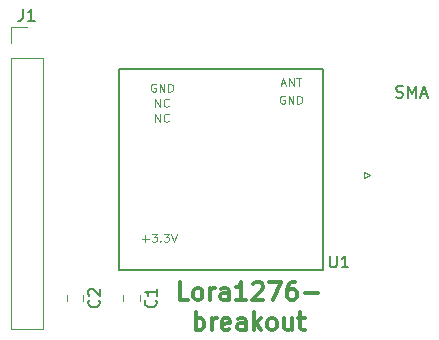
<source format=gbr>
%TF.GenerationSoftware,KiCad,Pcbnew,(5.0.0)*%
%TF.CreationDate,2018-08-05T20:37:25+03:00*%
%TF.ProjectId,lora1276Breakout,6C6F726131323736427265616B6F7574,1.0*%
%TF.SameCoordinates,Original*%
%TF.FileFunction,Legend,Top*%
%TF.FilePolarity,Positive*%
%FSLAX46Y46*%
G04 Gerber Fmt 4.6, Leading zero omitted, Abs format (unit mm)*
G04 Created by KiCad (PCBNEW (5.0.0)) date 08/05/18 20:37:25*
%MOMM*%
%LPD*%
G01*
G04 APERTURE LIST*
%ADD10C,0.300000*%
%ADD11C,0.100000*%
%ADD12C,0.150000*%
%ADD13C,0.120000*%
G04 APERTURE END LIST*
D10*
X155893142Y-104305571D02*
X155178857Y-104305571D01*
X155178857Y-102805571D01*
X156607428Y-104305571D02*
X156464571Y-104234142D01*
X156393142Y-104162714D01*
X156321714Y-104019857D01*
X156321714Y-103591285D01*
X156393142Y-103448428D01*
X156464571Y-103377000D01*
X156607428Y-103305571D01*
X156821714Y-103305571D01*
X156964571Y-103377000D01*
X157036000Y-103448428D01*
X157107428Y-103591285D01*
X157107428Y-104019857D01*
X157036000Y-104162714D01*
X156964571Y-104234142D01*
X156821714Y-104305571D01*
X156607428Y-104305571D01*
X157750285Y-104305571D02*
X157750285Y-103305571D01*
X157750285Y-103591285D02*
X157821714Y-103448428D01*
X157893142Y-103377000D01*
X158036000Y-103305571D01*
X158178857Y-103305571D01*
X159321714Y-104305571D02*
X159321714Y-103519857D01*
X159250285Y-103377000D01*
X159107428Y-103305571D01*
X158821714Y-103305571D01*
X158678857Y-103377000D01*
X159321714Y-104234142D02*
X159178857Y-104305571D01*
X158821714Y-104305571D01*
X158678857Y-104234142D01*
X158607428Y-104091285D01*
X158607428Y-103948428D01*
X158678857Y-103805571D01*
X158821714Y-103734142D01*
X159178857Y-103734142D01*
X159321714Y-103662714D01*
X160821714Y-104305571D02*
X159964571Y-104305571D01*
X160393142Y-104305571D02*
X160393142Y-102805571D01*
X160250285Y-103019857D01*
X160107428Y-103162714D01*
X159964571Y-103234142D01*
X161393142Y-102948428D02*
X161464571Y-102877000D01*
X161607428Y-102805571D01*
X161964571Y-102805571D01*
X162107428Y-102877000D01*
X162178857Y-102948428D01*
X162250285Y-103091285D01*
X162250285Y-103234142D01*
X162178857Y-103448428D01*
X161321714Y-104305571D01*
X162250285Y-104305571D01*
X162750285Y-102805571D02*
X163750285Y-102805571D01*
X163107428Y-104305571D01*
X164964571Y-102805571D02*
X164678857Y-102805571D01*
X164536000Y-102877000D01*
X164464571Y-102948428D01*
X164321714Y-103162714D01*
X164250285Y-103448428D01*
X164250285Y-104019857D01*
X164321714Y-104162714D01*
X164393142Y-104234142D01*
X164536000Y-104305571D01*
X164821714Y-104305571D01*
X164964571Y-104234142D01*
X165036000Y-104162714D01*
X165107428Y-104019857D01*
X165107428Y-103662714D01*
X165036000Y-103519857D01*
X164964571Y-103448428D01*
X164821714Y-103377000D01*
X164536000Y-103377000D01*
X164393142Y-103448428D01*
X164321714Y-103519857D01*
X164250285Y-103662714D01*
X165750285Y-103734142D02*
X166893142Y-103734142D01*
X156536000Y-106855571D02*
X156536000Y-105355571D01*
X156536000Y-105927000D02*
X156678857Y-105855571D01*
X156964571Y-105855571D01*
X157107428Y-105927000D01*
X157178857Y-105998428D01*
X157250285Y-106141285D01*
X157250285Y-106569857D01*
X157178857Y-106712714D01*
X157107428Y-106784142D01*
X156964571Y-106855571D01*
X156678857Y-106855571D01*
X156536000Y-106784142D01*
X157893142Y-106855571D02*
X157893142Y-105855571D01*
X157893142Y-106141285D02*
X157964571Y-105998428D01*
X158036000Y-105927000D01*
X158178857Y-105855571D01*
X158321714Y-105855571D01*
X159393142Y-106784142D02*
X159250285Y-106855571D01*
X158964571Y-106855571D01*
X158821714Y-106784142D01*
X158750285Y-106641285D01*
X158750285Y-106069857D01*
X158821714Y-105927000D01*
X158964571Y-105855571D01*
X159250285Y-105855571D01*
X159393142Y-105927000D01*
X159464571Y-106069857D01*
X159464571Y-106212714D01*
X158750285Y-106355571D01*
X160750285Y-106855571D02*
X160750285Y-106069857D01*
X160678857Y-105927000D01*
X160536000Y-105855571D01*
X160250285Y-105855571D01*
X160107428Y-105927000D01*
X160750285Y-106784142D02*
X160607428Y-106855571D01*
X160250285Y-106855571D01*
X160107428Y-106784142D01*
X160036000Y-106641285D01*
X160036000Y-106498428D01*
X160107428Y-106355571D01*
X160250285Y-106284142D01*
X160607428Y-106284142D01*
X160750285Y-106212714D01*
X161464571Y-106855571D02*
X161464571Y-105355571D01*
X161607428Y-106284142D02*
X162036000Y-106855571D01*
X162036000Y-105855571D02*
X161464571Y-106427000D01*
X162893142Y-106855571D02*
X162750285Y-106784142D01*
X162678857Y-106712714D01*
X162607428Y-106569857D01*
X162607428Y-106141285D01*
X162678857Y-105998428D01*
X162750285Y-105927000D01*
X162893142Y-105855571D01*
X163107428Y-105855571D01*
X163250285Y-105927000D01*
X163321714Y-105998428D01*
X163393142Y-106141285D01*
X163393142Y-106569857D01*
X163321714Y-106712714D01*
X163250285Y-106784142D01*
X163107428Y-106855571D01*
X162893142Y-106855571D01*
X164678857Y-105855571D02*
X164678857Y-106855571D01*
X164036000Y-105855571D02*
X164036000Y-106641285D01*
X164107428Y-106784142D01*
X164250285Y-106855571D01*
X164464571Y-106855571D01*
X164607428Y-106784142D01*
X164678857Y-106712714D01*
X165178857Y-105855571D02*
X165750285Y-105855571D01*
X165393142Y-105355571D02*
X165393142Y-106641285D01*
X165464571Y-106784142D01*
X165607428Y-106855571D01*
X165750285Y-106855571D01*
D11*
X152016000Y-99110000D02*
X152549333Y-99110000D01*
X152282666Y-99376666D02*
X152282666Y-98843333D01*
X152816000Y-98676666D02*
X153249333Y-98676666D01*
X153016000Y-98943333D01*
X153116000Y-98943333D01*
X153182666Y-98976666D01*
X153216000Y-99010000D01*
X153249333Y-99076666D01*
X153249333Y-99243333D01*
X153216000Y-99310000D01*
X153182666Y-99343333D01*
X153116000Y-99376666D01*
X152916000Y-99376666D01*
X152849333Y-99343333D01*
X152816000Y-99310000D01*
X153549333Y-99310000D02*
X153582666Y-99343333D01*
X153549333Y-99376666D01*
X153516000Y-99343333D01*
X153549333Y-99310000D01*
X153549333Y-99376666D01*
X153816000Y-98676666D02*
X154249333Y-98676666D01*
X154016000Y-98943333D01*
X154116000Y-98943333D01*
X154182666Y-98976666D01*
X154216000Y-99010000D01*
X154249333Y-99076666D01*
X154249333Y-99243333D01*
X154216000Y-99310000D01*
X154182666Y-99343333D01*
X154116000Y-99376666D01*
X153916000Y-99376666D01*
X153849333Y-99343333D01*
X153816000Y-99310000D01*
X154449333Y-98676666D02*
X154682666Y-99376666D01*
X154916000Y-98676666D01*
X164058666Y-87026000D02*
X163992000Y-86992666D01*
X163892000Y-86992666D01*
X163792000Y-87026000D01*
X163725333Y-87092666D01*
X163692000Y-87159333D01*
X163658666Y-87292666D01*
X163658666Y-87392666D01*
X163692000Y-87526000D01*
X163725333Y-87592666D01*
X163792000Y-87659333D01*
X163892000Y-87692666D01*
X163958666Y-87692666D01*
X164058666Y-87659333D01*
X164092000Y-87626000D01*
X164092000Y-87392666D01*
X163958666Y-87392666D01*
X164392000Y-87692666D02*
X164392000Y-86992666D01*
X164792000Y-87692666D01*
X164792000Y-86992666D01*
X165125333Y-87692666D02*
X165125333Y-86992666D01*
X165292000Y-86992666D01*
X165392000Y-87026000D01*
X165458666Y-87092666D01*
X165492000Y-87159333D01*
X165525333Y-87292666D01*
X165525333Y-87392666D01*
X165492000Y-87526000D01*
X165458666Y-87592666D01*
X165392000Y-87659333D01*
X165292000Y-87692666D01*
X165125333Y-87692666D01*
X163792000Y-85968666D02*
X164125333Y-85968666D01*
X163725333Y-86168666D02*
X163958666Y-85468666D01*
X164192000Y-86168666D01*
X164425333Y-86168666D02*
X164425333Y-85468666D01*
X164825333Y-86168666D01*
X164825333Y-85468666D01*
X165058666Y-85468666D02*
X165458666Y-85468666D01*
X165258666Y-86168666D02*
X165258666Y-85468666D01*
X153120000Y-89216666D02*
X153120000Y-88516666D01*
X153520000Y-89216666D01*
X153520000Y-88516666D01*
X154253333Y-89150000D02*
X154220000Y-89183333D01*
X154120000Y-89216666D01*
X154053333Y-89216666D01*
X153953333Y-89183333D01*
X153886666Y-89116666D01*
X153853333Y-89050000D01*
X153820000Y-88916666D01*
X153820000Y-88816666D01*
X153853333Y-88683333D01*
X153886666Y-88616666D01*
X153953333Y-88550000D01*
X154053333Y-88516666D01*
X154120000Y-88516666D01*
X154220000Y-88550000D01*
X154253333Y-88583333D01*
X153120000Y-87946666D02*
X153120000Y-87246666D01*
X153520000Y-87946666D01*
X153520000Y-87246666D01*
X154253333Y-87880000D02*
X154220000Y-87913333D01*
X154120000Y-87946666D01*
X154053333Y-87946666D01*
X153953333Y-87913333D01*
X153886666Y-87846666D01*
X153853333Y-87780000D01*
X153820000Y-87646666D01*
X153820000Y-87546666D01*
X153853333Y-87413333D01*
X153886666Y-87346666D01*
X153953333Y-87280000D01*
X154053333Y-87246666D01*
X154120000Y-87246666D01*
X154220000Y-87280000D01*
X154253333Y-87313333D01*
X153136666Y-86010000D02*
X153070000Y-85976666D01*
X152970000Y-85976666D01*
X152870000Y-86010000D01*
X152803333Y-86076666D01*
X152770000Y-86143333D01*
X152736666Y-86276666D01*
X152736666Y-86376666D01*
X152770000Y-86510000D01*
X152803333Y-86576666D01*
X152870000Y-86643333D01*
X152970000Y-86676666D01*
X153036666Y-86676666D01*
X153136666Y-86643333D01*
X153170000Y-86610000D01*
X153170000Y-86376666D01*
X153036666Y-86376666D01*
X153470000Y-86676666D02*
X153470000Y-85976666D01*
X153870000Y-86676666D01*
X153870000Y-85976666D01*
X154203333Y-86676666D02*
X154203333Y-85976666D01*
X154370000Y-85976666D01*
X154470000Y-86010000D01*
X154536666Y-86076666D01*
X154570000Y-86143333D01*
X154603333Y-86276666D01*
X154603333Y-86376666D01*
X154570000Y-86510000D01*
X154536666Y-86576666D01*
X154470000Y-86643333D01*
X154370000Y-86676666D01*
X154203333Y-86676666D01*
D12*
X150049906Y-101784381D02*
X150049906Y-84784381D01*
X150049906Y-84784381D02*
X167349906Y-84784381D01*
X167349906Y-84784381D02*
X167349906Y-101784381D01*
X167349906Y-101784381D02*
X150049906Y-101784381D01*
D13*
X170786000Y-93476000D02*
X171286000Y-93726000D01*
X170786000Y-93976000D02*
X170786000Y-93476000D01*
X171286000Y-93726000D02*
X170786000Y-93976000D01*
X150420000Y-103881422D02*
X150420000Y-104398578D01*
X151840000Y-103881422D02*
X151840000Y-104398578D01*
X147030000Y-103881422D02*
X147030000Y-104398578D01*
X145610000Y-103881422D02*
X145610000Y-104398578D01*
X140910000Y-106740000D02*
X143570000Y-106740000D01*
X140910000Y-83820000D02*
X140910000Y-106740000D01*
X143570000Y-83820000D02*
X143570000Y-106740000D01*
X140910000Y-83820000D02*
X143570000Y-83820000D01*
X140910000Y-82550000D02*
X140910000Y-81220000D01*
X140910000Y-81220000D02*
X142240000Y-81220000D01*
D12*
X167894095Y-100544380D02*
X167894095Y-101353904D01*
X167941714Y-101449142D01*
X167989333Y-101496761D01*
X168084571Y-101544380D01*
X168275047Y-101544380D01*
X168370285Y-101496761D01*
X168417904Y-101449142D01*
X168465523Y-101353904D01*
X168465523Y-100544380D01*
X169465523Y-101544380D02*
X168894095Y-101544380D01*
X169179809Y-101544380D02*
X169179809Y-100544380D01*
X169084571Y-100687238D01*
X168989333Y-100782476D01*
X168894095Y-100830095D01*
X173500285Y-87130761D02*
X173643142Y-87178380D01*
X173881238Y-87178380D01*
X173976476Y-87130761D01*
X174024095Y-87083142D01*
X174071714Y-86987904D01*
X174071714Y-86892666D01*
X174024095Y-86797428D01*
X173976476Y-86749809D01*
X173881238Y-86702190D01*
X173690761Y-86654571D01*
X173595523Y-86606952D01*
X173547904Y-86559333D01*
X173500285Y-86464095D01*
X173500285Y-86368857D01*
X173547904Y-86273619D01*
X173595523Y-86226000D01*
X173690761Y-86178380D01*
X173928857Y-86178380D01*
X174071714Y-86226000D01*
X174500285Y-87178380D02*
X174500285Y-86178380D01*
X174833619Y-86892666D01*
X175166952Y-86178380D01*
X175166952Y-87178380D01*
X175595523Y-86892666D02*
X176071714Y-86892666D01*
X175500285Y-87178380D02*
X175833619Y-86178380D01*
X176166952Y-87178380D01*
X153137142Y-104306666D02*
X153184761Y-104354285D01*
X153232380Y-104497142D01*
X153232380Y-104592380D01*
X153184761Y-104735238D01*
X153089523Y-104830476D01*
X152994285Y-104878095D01*
X152803809Y-104925714D01*
X152660952Y-104925714D01*
X152470476Y-104878095D01*
X152375238Y-104830476D01*
X152280000Y-104735238D01*
X152232380Y-104592380D01*
X152232380Y-104497142D01*
X152280000Y-104354285D01*
X152327619Y-104306666D01*
X153232380Y-103354285D02*
X153232380Y-103925714D01*
X153232380Y-103640000D02*
X152232380Y-103640000D01*
X152375238Y-103735238D01*
X152470476Y-103830476D01*
X152518095Y-103925714D01*
X148327142Y-104306666D02*
X148374761Y-104354285D01*
X148422380Y-104497142D01*
X148422380Y-104592380D01*
X148374761Y-104735238D01*
X148279523Y-104830476D01*
X148184285Y-104878095D01*
X147993809Y-104925714D01*
X147850952Y-104925714D01*
X147660476Y-104878095D01*
X147565238Y-104830476D01*
X147470000Y-104735238D01*
X147422380Y-104592380D01*
X147422380Y-104497142D01*
X147470000Y-104354285D01*
X147517619Y-104306666D01*
X147517619Y-103925714D02*
X147470000Y-103878095D01*
X147422380Y-103782857D01*
X147422380Y-103544761D01*
X147470000Y-103449523D01*
X147517619Y-103401904D01*
X147612857Y-103354285D01*
X147708095Y-103354285D01*
X147850952Y-103401904D01*
X148422380Y-103973333D01*
X148422380Y-103354285D01*
X141906666Y-79672380D02*
X141906666Y-80386666D01*
X141859047Y-80529523D01*
X141763809Y-80624761D01*
X141620952Y-80672380D01*
X141525714Y-80672380D01*
X142906666Y-80672380D02*
X142335238Y-80672380D01*
X142620952Y-80672380D02*
X142620952Y-79672380D01*
X142525714Y-79815238D01*
X142430476Y-79910476D01*
X142335238Y-79958095D01*
M02*

</source>
